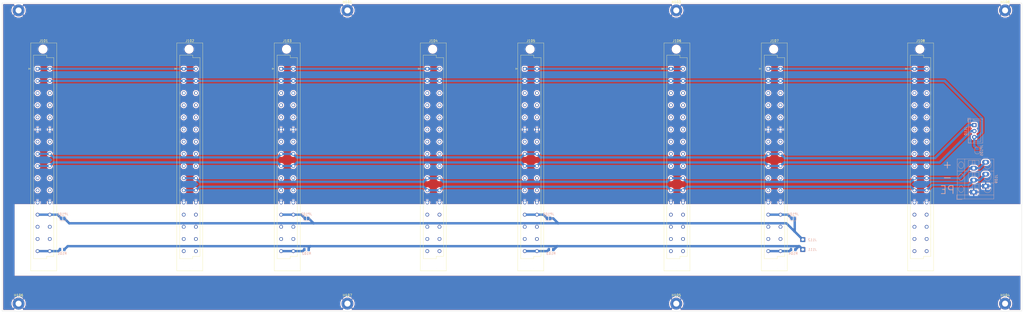
<source format=kicad_pcb>
(kicad_pcb (version 20211014) (generator pcbnew)
  (layers (0 "F.Cu" signal) (31 "B.Cu" signal) (34 "B.Paste" user) (35 "F.Paste" user) (36 "B.SilkS" user "B.Silkscreen") (37 "F.SilkS" user "F.Silkscreen") (38 "B.Mask" user) (39 "F.Mask" user) (44 "Edge.Cuts" user))
  (net 0 "")
  (net 1 "Net-(J101-Pada2)")
  (net 2 "Net-(J110-Pad3)")
  (net 6 "Net-(J107-Pada26)")
  (net 8 "Net-(J101-Pada16)")
  (net 9 "Net-(J101-Pada18)")
  (net 10 "Net-(J102-Pada20)")
  (net 15 "Net-(J102-Pada22)")
  (net 16 "Net-(J103-Pada2)")
  (net 25 "Net-(J105-Pada2)")
  (net 33 "Net-(J107-Pada2)")
  (net 38 "Net-(J101-Pada32)")
  (net 39 "Net-(J101-Pada26)")
  (net 47 "Net-(J103-Pada32)")
  (net 52 "Net-(J105-Pada32)")
  (net 57 "Net-(J107-Pada32)")
  (net 62 "Net-(J111-Pad1)")
  (net 63 "Net-(J112-Pad1)")
  (net 64 "Net-(J103-Pada26)")
  (net 69 "Net-(J105-Pada26)")
  (net 172 "Earth_Protective")
  (footprint "Connector_DIN:DIN41612_C_2x16_Female_Vertical_THT" (layer "F.Cu") (at 278.99 24.93)
    (fp_text reference "J106")
    (fp_text value "DIN41612_02x16_AC_EvenPins")
  )
  (footprint "MountingHole:MountingHole_2.5mm_Pad" (layer "F.Cu") (at 418.39 125.6)
    (fp_text reference "H104")
    (fp_text value "MountingHole_Pad")
  )
  (footprint "Connector_DIN:DIN41612_C_2x16_Female_Vertical_THT" (layer "F.Cu") (at 177.39 24.93)
    (fp_text reference "J104")
    (fp_text value "DIN41612_02x16_AC_EvenPins")
  )
  (footprint "MountingHole:MountingHole_2.5mm_Pad" (layer "F.Cu") (at 144.07 125.6)
    (fp_text reference "H107")
    (fp_text value "MountingHole_Pad")
  )
  (footprint "Connector_DIN:DIN41612_C_2x16_Female_Vertical_THT" (layer "F.Cu") (at 380.59 24.93)
    (fp_text reference "J108")
    (fp_text value "DIN41612_02x16_AC_EvenPins")
  )
  (footprint "MountingHole:MountingHole_2.5mm_Pad" (layer "F.Cu") (at 6.91 125.6)
    (fp_text reference "H106")
    (fp_text value "MountingHole_Pad")
  )
  (footprint "Connector_DIN:DIN41612_C_2x16_Female_Vertical_THT" (layer "F.Cu") (at 116.43 24.93)
    (fp_text reference "J103")
    (fp_text value "DIN41612_02x16_AC_EvenPins")
  )
  (footprint "Connector_DIN:DIN41612_C_2x16_Female_Vertical_THT" (layer "F.Cu") (at 218.03 24.93)
    (fp_text reference "J105")
    (fp_text value "DIN41612_02x16_AC_EvenPins")
  )
  (footprint "MountingHole:MountingHole_2.5mm_Pad" (layer "F.Cu") (at 281.23 3.1)
    (fp_text reference "H103")
    (fp_text value "MountingHole_Pad")
  )
  (footprint "Connector_DIN:DIN41612_C_2x16_Female_Vertical_THT" (layer "F.Cu") (at 14.83 24.93)
    (fp_text reference "J101")
    (fp_text value "DIN41612_02x16_AC_EvenPins")
  )
  (footprint "MountingHole:MountingHole_2.5mm_Pad" (layer "F.Cu") (at 6.91 3.1)
    (fp_text reference "H102" hide)
    (fp_text value "MountingHole_Pad")
  )
  (footprint "MountingHole:MountingHole_2.5mm_Pad" (layer "F.Cu") (at 144.07 3.1)
    (fp_text reference "H101")
    (fp_text value "MountingHole_Pad")
  )
  (footprint "MountingHole:MountingHole_2.5mm_Pad" (layer "F.Cu") (at 281.23 125.6)
    (fp_text reference "H105")
    (fp_text value "MountingHole_Pad")
  )
  (footprint "MountingHole:MountingHole_2.5mm_Pad" (layer "F.Cu") (at 418.39 3.1)
    (fp_text reference "H108")
    (fp_text value "MountingHole_Pad")
  )
  (footprint "Connector_DIN:DIN41612_C_2x16_Female_Vertical_THT" (layer "F.Cu") (at 319.63 24.93)
    (fp_text reference "J107")
    (fp_text value "DIN41612_02x16_AC_EvenPins")
  )
  (footprint "Connector_DIN:DIN41612_C_2x16_Female_Vertical_THT" (layer "F.Cu") (at 75.79 24.93)
    (fp_text reference "J102")
    (fp_text value "DIN41612_02x16_AC_EvenPins")
  )
  (footprint "Jumper:SolderJumper-2_P1.3mm_Open_RoundedPad1.0x1.5mm" (layer "B.Cu") (at 330 90 180)
    (fp_text reference "JP104")
    (fp_text value "Jumper_2_Open")
  )
  (footprint "Resistor_SMD:R_0805_2012Metric" (layer "B.Cu") (at 25.0875 103)
    (fp_text reference "R101")
    (fp_text value "R")
  )
  (footprint "Resistor_SMD:R_0805_2012Metric" (layer "B.Cu") (at 330 103)
    (fp_text reference "R104")
    (fp_text value "R")
  )
  (footprint "Resistor_SMD:R_0805_2012Metric" (layer "B.Cu") (at 229 103)
    (fp_text reference "R103")
    (fp_text value "R")
  )
  (footprint "Jumper:SolderJumper-2_P1.3mm_Open_RoundedPad1.0x1.5mm" (layer "B.Cu") (at 228 90 180)
    (fp_text reference "JP103")
    (fp_text value "Jumper_2_Open")
  )
  (footprint "Resistor_SMD:R_0805_2012Metric" (layer "B.Cu") (at 127 103)
    (fp_text reference "R102")
    (fp_text value "R")
  )
  (footprint "Jumper:SolderJumper-2_P1.3mm_Open_RoundedPad1.0x1.5mm" (layer "B.Cu") (at 127 90 180)
    (fp_text reference "JP102")
    (fp_text value "Jumper_2_Open")
  )
  (footprint "Connector_JST:JST_XH_B3B-XH-A_1x03_P2.50mm_Vertical" (layer "B.Cu") (at 405.55 51 -90)
    (fp_text reference "J110")
    (fp_text value "Conn_01x03")
  )
  (footprint "TerminalBlock_WAGO:TerminalBlock_WAGO_804-103_1x03_P5.00mm_45Degree" (layer "B.Cu") (at 405.3 79 90)
    (fp_text reference "J109")
    (fp_text value "Conn_01x03")
  )
  (footprint "Jumper:SolderJumper-2_P1.3mm_Open_RoundedPad1.0x1.5mm" (layer "B.Cu") (at 406.8 61.6 90)
    (fp_text reference "JP105")
    (fp_text value "Jumper_2_Open")
  )
  (footprint "Connector_Wire:SolderWire-0.5sqmm_1x01_D0.9mm_OD2.1mm" (layer "B.Cu") (at 334 98.85 180)
    (fp_text reference "J112")
    (fp_text value "Conn_01x01")
  )
  (footprint "Jumper:SolderJumper-2_P1.3mm_Open_RoundedPad1.0x1.5mm" (layer "B.Cu") (at 25.35 90 180)
    (fp_text reference "JP101")
    (fp_text value "Jumper_2_Open")
  )
  (footprint "Connector_Wire:SolderWire-0.5sqmm_1x01_D0.9mm_OD2.1mm" (layer "B.Cu") (at 334 103 180)
    (fp_text reference "J111")
    (fp_text value "Conn_01x01")
  )
  (gr_rect (start 0 0) (end 425.3 128.7) (layer "Edge.Cuts") (width 0.1) (fill none))
  (gr_text "+\n-\nPE" (at 394.3 72.8) (layer "B.SilkS") (effects (font (size 3.3 3.3) (thickness 0.3)) (justify mirror)))
  (segment (start 75.79 27.47) (end 80.87 27.47) (width 1) (layer "B.Cu") (net 1))
  (segment (start 19.91 27.47) (end 75.79 27.47) (width 1) (layer "B.Cu") (net 1))
  (segment (start 14.83 27.47) (end 19.91 27.47) (width 1) (layer "B.Cu") (net 1))
  (segment (start 223.11 32.55) (end 278.99 32.55) (width 1) (layer "B.Cu") (net 2))
  (segment (start 405.55 56) (end 405.55 59.7) (width 1) (layer "B.Cu") (net 2))
  (segment (start 408.8 48.2) (end 408.8 54) (width 1) (layer "B.Cu") (net 2))
  (segment (start 406.8 56) (end 405.55 56) (width 1) (layer "B.Cu") (net 2))
  (segment (start 218.03 32.55) (end 182.47 32.55) (width 1) (layer "B.Cu") (net 2))
  (segment (start 116.43 32.55) (end 121.51 32.55) (width 1) (layer "B.Cu") (net 2))
  (segment (start 121.51 32.55) (end 177.39 32.55) (width 1) (layer "B.Cu") (net 2))
  (segment (start 319.63 32.55) (end 324.71 32.55) (width 1) (layer "B.Cu") (net 2))
  (segment (start 75.79 32.55) (end 80.87 32.55) (width 1) (layer "B.Cu") (net 2))
  (segment (start 218.03 32.55) (end 223.11 32.55) (width 1) (layer "B.Cu") (net 2))
  (segment (start 408.8 54) (end 406.8 56) (width 1) (layer "B.Cu") (net 2))
  (segment (start 393.15 32.55) (end 408.8 48.2) (width 1) (layer "B.Cu") (net 2))
  (segment (start 14.83 32.55) (end 19.91 32.55) (width 1) (layer "B.Cu") (net 2))
  (segment (start 116.43 32.55) (end 80.87 32.55) (width 1) (layer "B.Cu") (net 2))
  (segment (start 380.59 32.55) (end 385.67 32.55) (width 1) (layer "B.Cu") (net 2))
  (segment (start 385.67 32.55) (end 393.15 32.55) (width 1) (layer "B.Cu") (net 2))
  (segment (start 319.63 32.55) (end 284.07 32.55) (width 1) (layer "B.Cu") (net 2))
  (segment (start 177.39 32.55) (end 182.47 32.55) (width 1) (layer "B.Cu") (net 2))
  (segment (start 19.91 32.55) (end 75.79 32.55) (width 1) (layer "B.Cu") (net 2))
  (segment (start 278.99 32.55) (end 284.07 32.55) (width 1) (layer "B.Cu") (net 2))
  (segment (start 405.55 59.7) (end 406.8 60.95) (width 1) (layer "B.Cu") (net 2))
  (segment (start 324.71 32.55) (end 380.59 32.55) (width 1) (layer "B.Cu") (net 2))
  (segment (start 327.78 88.43) (end 329.35 90) (width 1) (layer "B.Cu") (net 6))
  (segment (start 319.63 88.43) (end 324.71 88.43) (width 1) (layer "B.Cu") (net 6))
  (segment (start 324.71 88.43) (end 327.78 88.43) (width 1) (layer "B.Cu") (net 6))
  (segment (start 224.596 64.516) (end 223.11 63.03) (width 1) (layer "B.Cu") (net 8))
  (segment (start 216.555489 64.504511) (end 122.984511 64.504511) (width 1) (layer "B.Cu") (net 8))
  (segment (start 389.19952 64.80048) (end 403 51) (width 1) (layer "B.Cu") (net 8))
  (segment (start 122.984511 64.504511) (end 121.51 63.03) (width 1) (layer "B.Cu") (net 8))
  (segment (start 324.71 63.03) (end 326.48048 64.80048) (width 1) (layer "B.Cu") (net 8))
  (segment (start 319.63 63.03) (end 318.144 64.516) (width 1) (layer "B.Cu") (net 8))
  (segment (start 121.51 63.03) (end 116.43 63.03) (width 1) (layer "B.Cu") (net 8))
  (segment (start 21.384511 64.504511) (end 19.91 63.03) (width 1) (layer "B.Cu") (net 8))
  (segment (start 318.144 64.516) (end 224.596 64.516) (width 1) (layer "B.Cu") (net 8))
  (segment (start 116.43 63.03) (end 114.955489 64.504511) (width 1) (layer "B.Cu") (net 8))
  (segment (start 403 51) (end 405.55 51) (width 1) (layer "B.Cu") (net 8))
  (segment (start 218.03 63.03) (end 216.555489 64.504511) (width 1) (layer "B.Cu") (net 8))
  (segment (start 326.48048 64.80048) (end 389.19952 64.80048) (width 1) (layer "B.Cu") (net 8))
  (segment (start 324.71 63.03) (end 319.63 63.03) (width 1) (layer "B.Cu") (net 8))
  (segment (start 223.11 63.03) (end 218.03 63.03) (width 1) (layer "B.Cu") (net 8))
  (segment (start 114.955489 64.504511) (end 21.384511 64.504511) (width 1) (layer "B.Cu") (net 8))
  (segment (start 19.91 63.03) (end 14.83 63.03) (width 1) (layer "B.Cu") (net 8))
  (segment (start 21.384511 66.635489) (end 19.91 68.11) (width 1) (layer "B.Cu") (net 9))
  (segment (start 324.71 68.11) (end 326.184511 66.635489) (width 1) (layer "B.Cu") (net 9))
  (segment (start 19.91 68.11) (end 14.83 68.11) (width 1) (layer "B.Cu") (net 9))
  (segment (start 326.184511 66.635489) (end 391.083112 66.635489) (width 1) (layer "B.Cu") (net 9))
  (segment (start 223.11 68.11) (end 218.03 68.11) (width 1) (layer "B.Cu") (net 9))
  (segment (start 318.155489 66.635489) (end 224.584511 66.635489) (width 1) (layer "B.Cu") (net 9))
  (segment (start 391.083112 66.635489) (end 404.218601 53.5) (width 1) (layer "B.Cu") (net 9))
  (segment (start 216.555489 66.635489) (end 122.984511 66.635489) (width 1) (layer "B.Cu") (net 9))
  (segment (start 116.43 68.11) (end 114.955489 66.635489) (width 1) (layer "B.Cu") (net 9))
  (segment (start 319.63 68.11) (end 318.155489 66.635489) (width 1) (layer "B.Cu") (net 9))
  (segment (start 404.218601 53.5) (end 405.55 53.5) (width 1) (layer "B.Cu") (net 9))
  (segment (start 121.51 68.11) (end 116.43 68.11) (width 1) (layer "B.Cu") (net 9))
  (segment (start 122.984511 66.635489) (end 121.51 68.11) (width 1) (layer "B.Cu") (net 9))
  (segment (start 324.71 68.11) (end 319.63 68.11) (width 1) (layer "B.Cu") (net 9))
  (segment (start 224.584511 66.635489) (end 223.11 68.11) (width 1) (layer "B.Cu") (net 9))
  (segment (start 114.955489 66.635489) (end 21.384511 66.635489) (width 1) (layer "B.Cu") (net 9))
  (segment (start 218.03 68.11) (end 216.555489 66.635489) (width 1) (layer "B.Cu") (net 9))
  (segment (start 385.67 73.19) (end 399.61 73.19) (width 1) (layer "B.Cu") (net 10))
  (segment (start 82.356 74.676) (end 80.87 73.19) (width 1) (layer "B.Cu") (net 10))
  (segment (start 379.104 74.676) (end 285.556 74.676) (width 1) (layer "B.Cu") (net 10))
  (segment (start 407.8 69) (end 410.3 66.5) (width 1) (layer "B.Cu") (net 10))
  (segment (start 285.556 74.676) (end 284.07 73.19) (width 1) (layer "B.Cu") (net 10))
  (segment (start 183.944511 74.664511) (end 182.47 73.19) (width 1) (layer "B.Cu") (net 10))
  (segment (start 284.07 73.19) (end 278.99 73.19) (width 1) (layer "B.Cu") (net 10))
  (segment (start 277.515489 74.664511) (end 183.944511 74.664511) (width 1) (layer "B.Cu") (net 10))
  (segment (start 177.39 73.19) (end 175.904 74.676) (width 1) (layer "B.Cu") (net 10))
  (segment (start 80.87 73.19) (end 75.79 73.19) (width 1) (layer "B.Cu") (net 10))
  (segment (start 175.904 74.676) (end 82.356 74.676) (width 1) (layer "B.Cu") (net 10))
  (segment (start 403.8 69) (end 405.3 69) (width 1) (layer "B.Cu") (net 10))
  (segment (start 278.99 73.19) (end 277.515489 74.664511) (width 1) (layer "B.Cu") (net 10))
  (segment (start 380.59 73.19) (end 379.104 74.676) (width 1) (layer "B.Cu") (net 10))
  (segment (start 399.61 73.19) (end 403.8 69) (width 1) (layer "B.Cu") (net 10))
  (segment (start 385.67 73.19) (end 380.59 73.19) (width 1) (layer "B.Cu") (net 10))
  (segment (start 405.3 69) (end 407.8 69) (width 1) (layer "B.Cu") (net 10))
  (segment (start 182.47 73.19) (end 177.39 73.19) (width 1) (layer "B.Cu") (net 10))
  (segment (start 407.8 74) (end 410.3 71.5) (width 1) (layer "B.Cu") (net 15))
  (segment (start 379.115489 76.795489) (end 285.544511 76.795489) (width 1) (layer "B.Cu") (net 15))
  (segment (start 277.515489 76.795489) (end 183.944511 76.795489) (width 1) (layer "B.Cu") (net 15))
  (segment (start 385.67 78.27) (end 380.59 78.27) (width 1) (layer "B.Cu") (net 15))
  (segment (start 387.94 76) (end 403.3 76) (width 1) (layer "B.Cu") (net 15))
  (segment (start 182.47 78.27) (end 177.39 78.27) (width 1) (layer "B.Cu") (net 15))
  (segment (start 405.3 74) (end 407.8 74) (width 1) (layer "B.Cu") (net 15))
  (segment (start 82.344511 76.795489) (end 80.87 78.27) (width 1) (layer "B.Cu") (net 15))
  (segment (start 285.544511 76.795489) (end 284.07 78.27) (width 1) (layer "B.Cu") (net 15))
  (segment (start 175.915489 76.795489) (end 82.344511 76.795489) (width 1) (layer "B.Cu") (net 15))
  (segment (start 183.944511 76.795489) (end 182.47 78.27) (width 1) (layer "B.Cu") (net 15))
  (segment (start 80.87 78.27) (end 75.79 78.27) (width 1) (layer "B.Cu") (net 15))
  (segment (start 385.67 78.27) (end 387.94 76) (width 1) (layer "B.Cu") (net 15))
  (segment (start 278.99 78.27) (end 277.515489 76.795489) (width 1) (layer "B.Cu") (net 15))
  (segment (start 403.3 76) (end 405.3 74) (width 1) (layer "B.Cu") (net 15))
  (segment (start 284.07 78.27) (end 278.99 78.27) (width 1) (layer "B.Cu") (net 15))
  (segment (start 380.59 78.27) (end 379.115489 76.795489) (width 1) (layer "B.Cu") (net 15))
  (segment (start 177.39 78.27) (end 175.915489 76.795489) (width 1) (layer "B.Cu") (net 15))
  (segment (start 177.39 27.47) (end 182.47 27.47) (width 1) (layer "B.Cu") (net 16))
  (segment (start 121.51 27.47) (end 177.39 27.47) (width 1) (layer "B.Cu") (net 16))
  (segment (start 116.43 27.47) (end 121.51 27.47) (width 1) (layer "B.Cu") (net 16))
  (segment (start 218.03 27.47) (end 223.11 27.47) (width 1) (layer "B.Cu") (net 25))
  (segment (start 223.11 27.47) (end 278.99 27.47) (width 1) (layer "B.Cu") (net 25))
  (segment (start 278.99 27.47) (end 284.07 27.47) (width 1) (layer "B.Cu") (net 25))
  (segment (start 324.71 27.47) (end 380.59 27.47) (width 1) (layer "B.Cu") (net 33))
  (segment (start 319.63 27.47) (end 324.71 27.47) (width 1) (layer "B.Cu") (net 33))
  (segment (start 380.59 27.47) (end 385.67 27.47) (width 1) (layer "B.Cu") (net 33))
  (segment (start 14.83 103.67) (end 19.91 103.67) (width 1) (layer "B.Cu") (net 38))
  (segment (start 19.91 103.67) (end 23.505 103.67) (width 1) (layer "B.Cu") (net 38))
  (segment (start 23.505 103.67) (end 24.175 103) (width 1) (layer "B.Cu") (net 38))
  (segment (start 19.91 88.43) (end 23.13 88.43) (width 1) (layer "B.Cu") (net 39))
  (segment (start 23.13 88.43) (end 24.7 90) (width 1) (layer "B.Cu") (net 39))
  (segment (start 14.83 88.43) (end 19.91 88.43) (width 1) (layer "B.Cu") (net 39))
  (segment (start 116.43 103.67) (end 121.51 103.67) (width 1) (layer "B.Cu") (net 47))
  (segment (start 121.51 103.67) (end 125.4175 103.67) (width 1) (layer "B.Cu") (net 47))
  (segment (start 125.4175 103.67) (end 126.0875 103) (width 1) (layer "B.Cu") (net 47))
  (segment (start 223.11 103.67) (end 227.4175 103.67) (width 1) (layer "B.Cu") (net 52))
  (segment (start 218.03 103.67) (end 223.11 103.67) (width 1) (layer "B.Cu") (net 52))
  (segment (start 227.4175 103.67) (end 228.0875 103) (width 1) (layer "B.Cu") (net 52))
  (segment (start 328.4175 103.67) (end 329.0875 103) (width 1) (layer "B.Cu") (net 57))
  (segment (start 319.63 103.67) (end 324.71 103.67) (width 1) (layer "B.Cu") (net 57))
  (segment (start 324.71 103.67) (end 328.4175 103.67) (width 1) (layer "B.Cu") (net 57))
  (segment (start 332.39952 101.60048) (end 332.60048 101.60048) (width 1) (layer "B.Cu") (net 62))
  (segment (start 128.60048 101.60048) (end 231.60048 101.60048) (width 1) (layer "B.Cu") (net 62))
  (segment (start 331 103) (end 332.39952 101.60048) (width 1) (layer "B.Cu") (net 62))
  (segment (start 127.9125 103) (end 127.9125 102.28846) (width 1) (layer "B.Cu") (net 62))
  (segment (start 229.9125 103) (end 230.20096 103) (width 1) (layer "B.Cu") (net 62))
  (segment (start 230.20096 103) (end 231.60048 101.60048) (width 1) (layer "B.Cu") (net 62))
  (segment (start 127.9125 102.28846) (end 128.60048 101.60048) (width 1) (layer "B.Cu") (net 62))
  (segment (start 231.60048 101.60048) (end 332.39952 101.60048) (width 1) (layer "B.Cu") (net 62))
  (segment (start 332.60048 101.60048) (end 334 103) (width 1) (layer "B.Cu") (net 62))
  (segment (start 26 103) (end 27.39952 101.60048) (width 1) (layer "B.Cu") (net 62))
  (segment (start 27.39952 101.60048) (end 128.60048 101.60048) (width 1) (layer "B.Cu") (net 62))
  (segment (start 330.9125 103) (end 331 103) (width 1) (layer "B.Cu") (net 62))
  (segment (start 28.035489 92.035489) (end 129.964511 92.035489) (width 1) (layer "B.Cu") (net 63))
  (segment (start 330.65 95.35) (end 330.575 95.425) (width 1) (layer "B.Cu") (net 63))
  (segment (start 127.929022 90) (end 129.964511 92.035489) (width 1) (layer "B.Cu") (net 63))
  (segment (start 330.65 90) (end 330.65 95.35) (width 1) (layer "B.Cu") (net 63))
  (segment (start 129.964511 92.035489) (end 231.964511 92.035489) (width 1) (layer "B.Cu") (net 63))
  (segment (start 228.65 90) (end 229.929022 90) (width 1) (layer "B.Cu") (net 63))
  (segment (start 330.575 95.425) (end 334 98.85) (width 1) (layer "B.Cu") (net 63))
  (segment (start 327.185489 92.035489) (end 330.575 95.425) (width 1) (layer "B.Cu") (net 63))
  (segment (start 231.964511 92.035489) (end 327.185489 92.035489) (width 1) (layer "B.Cu") (net 63))
  (segment (start 229.929022 90) (end 231.964511 92.035489) (width 1) (layer "B.Cu") (net 63))
  (segment (start 26 90) (end 28.035489 92.035489) (width 1) (layer "B.Cu") (net 63))
  (segment (start 127.65 90) (end 127.929022 90) (width 1) (layer "B.Cu") (net 63))
  (segment (start 121.51 88.43) (end 124.78 88.43) (width 1) (layer "B.Cu") (net 64))
  (segment (start 116.43 88.43) (end 121.51 88.43) (width 1) (layer "B.Cu") (net 64))
  (segment (start 124.78 88.43) (end 126.35 90) (width 1) (layer "B.Cu") (net 64))
  (segment (start 225.78 88.43) (end 227.35 90) (width 1) (layer "B.Cu") (net 69))
  (segment (start 218.03 88.43) (end 223.11 88.43) (width 1) (layer "B.Cu") (net 69))
  (segment (start 223.11 88.43) (end 225.78 88.43) (width 1) (layer "B.Cu") (net 69))
  (zone (net 172) (net_name "Earth_Protective") (layers F&B.Cu) (connect_pads (clearance 0.508)) (min_thickness 0.254) (fill yes (thermal_gap 0.508) (thermal_bridge_width 0.508))
    (polygon (pts (xy 426.23 84) (xy 5.23 84) (xy 5.23 114) (xy 426.23 114) (xy 426.23 129) (xy -0.77 129) (xy -0.77 -1) (xy 426.23 -1)))
  )
)
</source>
